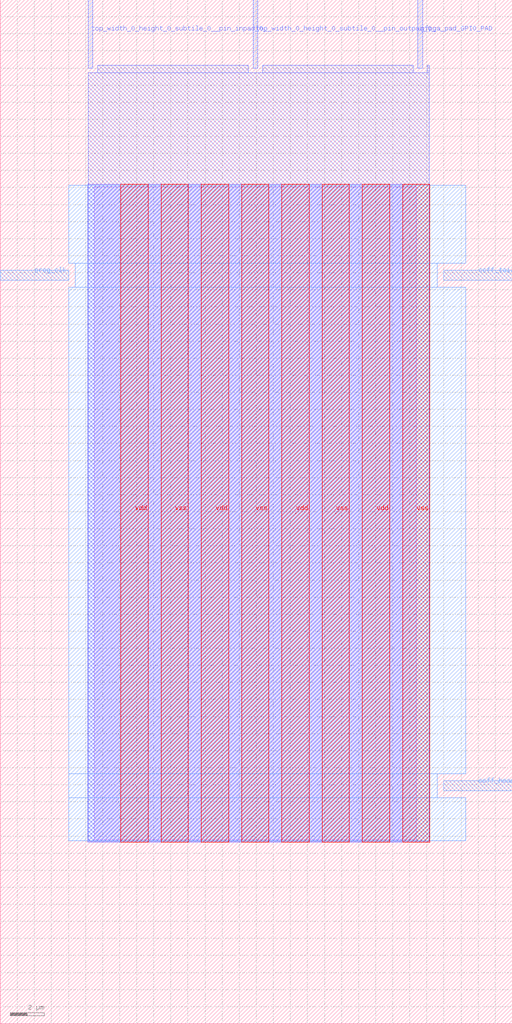
<source format=lef>
VERSION 5.7 ;
  NOWIREEXTENSIONATPIN ON ;
  DIVIDERCHAR "/" ;
  BUSBITCHARS "[]" ;
MACRO grid_io_bottom_out
  CLASS BLOCK ;
  FOREIGN grid_io_bottom_out ;
  ORIGIN 0.000 0.000 ;
  SIZE 30.000 BY 60.000 ;
  PIN ccff_head
    DIRECTION INPUT ;
    USE SIGNAL ;
    ANTENNAGATEAREA 0.196500 ;
    PORT
      LAYER met3 ;
        RECT 26.000 13.640 30.000 14.240 ;
    END
  END ccff_head
  PIN ccff_tail
    DIRECTION OUTPUT TRISTATE ;
    USE SIGNAL ;
    ANTENNADIFFAREA 0.445500 ;
    PORT
      LAYER met3 ;
        RECT 26.000 43.560 30.000 44.160 ;
    END
  END ccff_tail
  PIN gfpga_pad_GPIO_PAD
    DIRECTION OUTPUT TRISTATE ;
    USE SIGNAL ;
    ANTENNADIFFAREA 0.795200 ;
    PORT
      LAYER met2 ;
        RECT 24.470 56.000 24.750 60.000 ;
    END
  END gfpga_pad_GPIO_PAD
  PIN prog_clk
    DIRECTION INPUT ;
    USE SIGNAL ;
    ANTENNAGATEAREA 0.159000 ;
    PORT
      LAYER met3 ;
        RECT 0.000 43.560 4.000 44.160 ;
    END
  END prog_clk
  PIN top_width_0_height_0_subtile_0__pin_inpad_0_
    DIRECTION OUTPUT TRISTATE ;
    USE SIGNAL ;
    PORT
      LAYER met2 ;
        RECT 5.150 56.000 5.430 60.000 ;
    END
  END top_width_0_height_0_subtile_0__pin_inpad_0_
  PIN top_width_0_height_0_subtile_0__pin_outpad_0_
    DIRECTION INPUT ;
    USE SIGNAL ;
    ANTENNAGATEAREA 0.196500 ;
    PORT
      LAYER met2 ;
        RECT 14.810 56.000 15.090 60.000 ;
    END
  END top_width_0_height_0_subtile_0__pin_outpad_0_
  PIN vdd
    DIRECTION INOUT ;
    USE POWER ;
    PORT
      LAYER met4 ;
        RECT 7.075 10.640 8.675 49.200 ;
    END
    PORT
      LAYER met4 ;
        RECT 11.790 10.640 13.390 49.200 ;
    END
    PORT
      LAYER met4 ;
        RECT 16.505 10.640 18.105 49.200 ;
    END
    PORT
      LAYER met4 ;
        RECT 21.220 10.640 22.820 49.200 ;
    END
  END vdd
  PIN vss
    DIRECTION INOUT ;
    USE GROUND ;
    PORT
      LAYER met4 ;
        RECT 9.430 10.640 11.030 49.200 ;
    END
    PORT
      LAYER met4 ;
        RECT 14.145 10.640 15.745 49.200 ;
    END
    PORT
      LAYER met4 ;
        RECT 18.860 10.640 20.460 49.200 ;
    END
    PORT
      LAYER met4 ;
        RECT 23.575 10.640 25.175 49.200 ;
    END
  END vss
  OBS
      LAYER li1 ;
        RECT 5.520 10.795 24.380 49.045 ;
      LAYER met1 ;
        RECT 5.130 10.640 25.175 49.200 ;
      LAYER met2 ;
        RECT 5.710 55.720 14.530 56.170 ;
        RECT 15.370 55.720 24.190 56.170 ;
        RECT 25.030 55.720 25.145 56.170 ;
        RECT 5.160 10.695 25.145 55.720 ;
      LAYER met3 ;
        RECT 4.000 44.560 27.290 49.125 ;
        RECT 4.400 43.160 25.600 44.560 ;
        RECT 4.000 14.640 27.290 43.160 ;
        RECT 4.000 13.240 25.600 14.640 ;
        RECT 4.000 10.715 27.290 13.240 ;
  END
END grid_io_bottom_out
END LIBRARY


</source>
